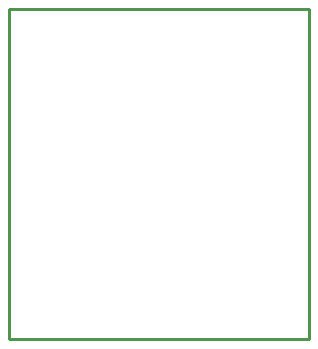
<source format=gko>
G04 Layer: BoardOutline*
G04 EasyEDA v6.2.46, 2019-12-16T18:13:11+02:00*
G04 4f520af787a2458aba7336f494d3e8d0,9a472788fb3748f5b1af1517000a09b8,10*
G04 Gerber Generator version 0.2*
G04 Scale: 100 percent, Rotated: No, Reflected: No *
G04 Dimensions in millimeters *
G04 leading zeros omitted , absolute positions ,3 integer and 3 decimal *
%FSLAX33Y33*%
%MOMM*%
G90*
G71D02*

%ADD10C,0.254000*%
G54D10*
G01X0Y27940D02*
G01X25400Y27940D01*
G01X25400Y0D01*
G01X0Y0D01*
G01X0Y27940D01*

%LPD*%
M00*
M02*

</source>
